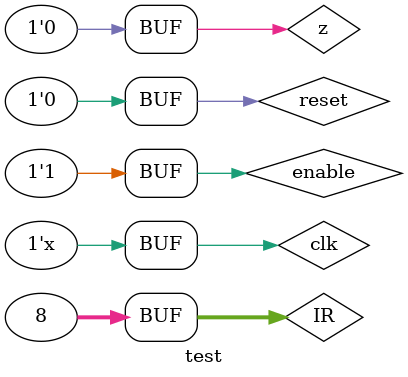
<source format=v>
`timescale 1ns / 1ps


module test;

	// Inputs
	reg clk;
	reg reset;
	reg enable;
	reg z;
	reg [31:0] IR;

	// Outputs
	wire pc_inc;
	wire finish;
	wire data_ram_we;
	wire inst_ram_we;
	wire [7:0] alu_sel;
	wire [7:0] bus_sel;
	wire [8:0] reg_sel;

	// Instantiate the Unit Under Test (UUT)
	State_Machine uut (
		.clk(clk), 
		.reset(reset), 
		.enable(enable), 
		.z(z), 
		.IR(IR), 
		.pc_inc(pc_inc), 
		.finish(finish), 
		.data_ram_we(data_ram_we), 
		.inst_ram_we(inst_ram_we), 
		.alu_sel(alu_sel), 
		.bus_sel(bus_sel), 
		.reg_sel(reg_sel)
	);

	always #5 clk=~clk;
	initial begin
		// Initialize Inputs
		clk = 0;
		reset = 0;
		enable = 1;
		z = 0;
		IR = 32'd8;

		// Wait 100 ns for global reset to finish
		#100;
        
		// Add stimulus here

	end
      
endmodule


</source>
